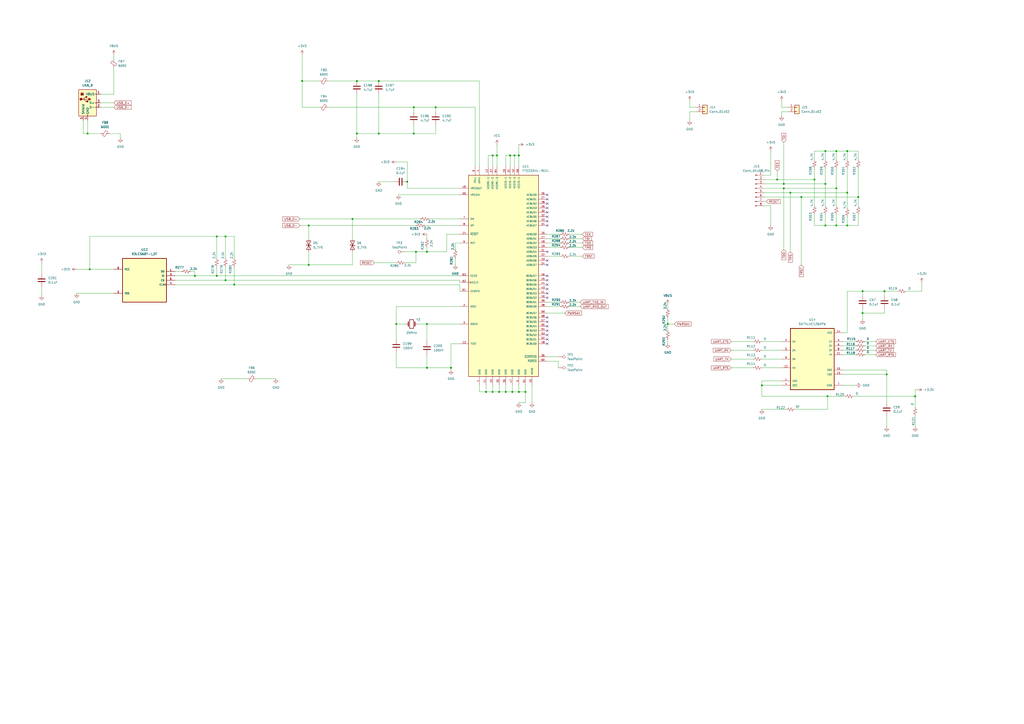
<source format=kicad_sch>
(kicad_sch (version 20250114) (generator "eeschema") (generator_version "9.0")
  (paper "A2")
  (lib_symbols
    (symbol "93LC56BT-I_OT:93LC56BT-I_OT" (pin_names (offset 1.016))
      (property "Reference" "U" (at 6.604 10.16 0))
      (property "Value" "93LC56BT-I_OT" (at -12.7 -16.7 0))
      (symbol "93LC56BT-I_OT_0_0"
        (pin power_in line (at -17.78 6.35 0) (length 5.08) (name "VCC") (number "6"))
        (pin power_in line (at -17.78 -7.62 0) (length 5.08) (name "VSS") (number "2"))
        (pin output line (at 17.78 5.08 180) (length 5.08) (name "DO") (number "1"))
        (pin input line (at 17.78 2.54 180) (length 5.08) (name "DI") (number "3"))
        (pin input line (at 17.78 0 180) (length 5.08) (name "CS") (number "5"))
        (pin input clock (at 17.78 -2.54 180) (length 5.08) (name "CLK") (number "4"))
      )
    )
    (symbol "Connector:Conn_01x08_Pin" (pin_names (offset 1.016) (hide yes))
      (property "Reference" "J" (at 0 10.16 0))
      (property "Value" "Conn_01x08_Pin" (at 0 -12.7 0))
      (symbol "Conn_01x08_Pin_1_1"
        (pin passive line (at 5.08 7.62 180) (length 3.81) (name "Pin_1") (number "1"))
        (pin passive line (at 5.08 5.08 180) (length 3.81) (name "Pin_2") (number "2"))
        (pin passive line (at 5.08 2.54 180) (length 3.81) (name "Pin_3") (number "3"))
        (pin passive line (at 5.08 0 180) (length 3.81) (name "Pin_4") (number "4"))
        (pin passive line (at 5.08 -2.54 180) (length 3.81) (name "Pin_5") (number "5"))
        (pin passive line (at 5.08 -5.08 180) (length 3.81) (name "Pin_6") (number "6"))
        (pin passive line (at 5.08 -7.62 180) (length 3.81) (name "Pin_7") (number "7"))
        (pin passive line (at 5.08 -10.16 180) (length 3.81) (name "Pin_8") (number "8"))
      )
    )
    (symbol "Connector:TestPoint" (pin_numbers (hide yes)) (pin_names (offset 0.762) (hide yes))
      (property "Reference" "TP" (at 0 6.858 0))
      (property "Value" "TestPoint" (at 0 5.08 0))
      (symbol "TestPoint_1_1"
        (pin passive line (at 0 0 90) (length 2.54) (name "1") (number "1"))
      )
    )
    (symbol "Connector:USB_B" (pin_names (offset 1.016))
      (property "Reference" "J" (at -5.08 11.43 0))
      (property "Value" "USB_B" (at -5.08 8.89 0))
      (symbol "USB_B_1_1"
        (pin passive line (at -2.54 -10.16 90) (length 2.54) (name "Shield") (number "5"))
        (pin power_out line (at 0 -10.16 90) (length 2.54) (name "GND") (number "4"))
        (pin power_out line (at 7.62 5.08 180) (length 2.54) (name "VBUS") (number "1"))
        (pin bidirectional line (at 7.62 0 180) (length 2.54) (name "D+") (number "3"))
        (pin bidirectional line (at 7.62 -2.54 180) (length 2.54) (name "D-") (number "2"))
      )
    )
    (symbol "Connector_Generic:Conn_01x02" (pin_names (offset 1.016) (hide yes))
      (property "Reference" "J" (at 0 2.54 0))
      (property "Value" "Conn_01x02" (at 0 -5.08 0))
      (symbol "Conn_01x02_1_1"
        (pin passive line (at -5.08 0 0) (length 3.81) (name "Pin_1") (number "1"))
        (pin passive line (at -5.08 -2.54 0) (length 3.81) (name "Pin_2") (number "2"))
      )
    )
    (symbol "Device:C" (pin_numbers (hide yes)) (pin_names (offset 0.254))
      (property "Reference" "C" (at 0.635 2.54 0))
      (property "Value" "C" (at 0.635 -2.54 0))
      (symbol "C_1_1"
        (pin passive line (at 0 3.81 270) (length 2.794) (name "~") (number "1"))
        (pin passive line (at 0 -3.81 90) (length 2.794) (name "~") (number "2"))
      )
    )
    (symbol "Device:Crystal" (pin_numbers (hide yes)) (pin_names (offset 1.016) (hide yes))
      (property "Reference" "Y" (at 0 3.81 0))
      (property "Value" "Crystal" (at 0 -3.81 0))
      (symbol "Crystal_1_1"
        (pin passive line (at -3.81 0 0) (length 1.27) (name "1") (number "1"))
        (pin passive line (at 3.81 0 180) (length 1.27) (name "2") (number "2"))
      )
    )
    (symbol "Device:D_TVS" (pin_numbers (hide yes)) (pin_names (offset 1.016) (hide yes))
      (property "Reference" "D" (at 0 2.54 0))
      (property "Value" "D_TVS" (at 0 -2.54 0))
      (symbol "D_TVS_1_1"
        (pin passive line (at -3.81 0 0) (length 2.54) (name "A1") (number "1"))
        (pin passive line (at 3.81 0 180) (length 2.54) (name "A2") (number "2"))
      )
    )
    (symbol "Device:FerriteBead_Small" (pin_numbers (hide yes)) (pin_names (offset 0))
      (property "Reference" "FB" (at 1.905 1.27 0))
      (property "Value" "FerriteBead_Small" (at 1.905 -1.27 0))
      (symbol "FerriteBead_Small_1_1"
        (pin passive line (at 0 2.54 270) (length 1.27) (name "~") (number "1"))
        (pin passive line (at 0 -2.54 90) (length 1.27) (name "~") (number "2"))
      )
    )
    (symbol "Device:R_Small_US" (pin_numbers (hide yes)) (pin_names (offset 0.254) (hide yes))
      (property "Reference" "R" (at 0.762 0.508 0))
      (property "Value" "R_Small_US" (at 0.762 -1.016 0))
      (symbol "R_Small_US_1_1"
        (pin passive line (at 0 2.54 270) (length 1.016) (name "~") (number "1"))
        (pin passive line (at 0 -2.54 90) (length 1.016) (name "~") (number "2"))
      )
    )
    (symbol "FT2232HL-REEL:FT2232HL-REEL" (pin_names (offset 1.016))
      (property "Reference" "U" (at -20.8706 59.303 0))
      (property "Value" "FT2232HL-REEL" (at -6.604 30.48 0))
      (symbol "FT2232HL-REEL_0_0"
        (pin power_in line (at -25.4 50.8 0) (length 5.08) (name "VREGOUT") (number "49"))
        (pin power_in line (at -25.4 46.99 0) (length 5.08) (name "VREGIN") (number "50"))
        (pin bidirectional line (at -25.4 33.02 0) (length 5.08) (name "DM") (number "7"))
        (pin bidirectional line (at -25.4 29.21 0) (length 5.08) (name "DP") (number "8"))
        (pin input line (at -25.4 24.13 0) (length 5.08) (name "~{RESET}") (number "14"))
        (pin input line (at -25.4 19.05 0) (length 5.08) (name "REF") (number "6"))
        (pin bidirectional line (at -25.4 0 0) (length 5.08) (name "EECS") (number "63"))
        (pin output clock (at -25.4 -3.81 0) (length 5.08) (name "EECLK") (number "62"))
        (pin bidirectional line (at -25.4 -8.89 0) (length 5.08) (name "EEDATA") (number "61"))
        (pin input line (at -25.4 -17.78 0) (length 5.08) (name "OSCI") (number "2"))
        (pin output line (at -25.4 -27.94 0) (length 5.08) (name "OSCO") (number "3"))
        (pin input line (at -25.4 -39.37 0) (length 5.08) (name "TEST") (number "13"))
        (pin power_in line (at -16.51 63.5 270) (length 5.08) (name "VPLL") (number "9"))
        (pin power_in line (at -13.97 63.5 270) (length 5.08) (name "VPHY") (number "4"))
        (pin power_in line (at -13.97 -63.5 90) (length 5.08) (name "GND") (number "1"))
        (pin power_in line (at -10.16 -63.5 90) (length 5.08) (name "GND") (number "11"))
        (pin power_in line (at -8.89 63.5 270) (length 5.08) (name "VCORE-1") (number "12"))
        (pin power_in line (at -6.35 63.5 270) (length 5.08) (name "VCORE-2") (number "37"))
        (pin power_in line (at -6.35 -63.5 90) (length 5.08) (name "GND") (number "15"))
        (pin power_in line (at -3.81 63.5 270) (length 5.08) (name "VCORE-3") (number "64"))
        (pin power_in line (at -2.54 -63.5 90) (length 5.08) (name "GND") (number "25"))
        (pin power_in line (at 1.27 63.5 270) (length 5.08) (name "VCCIO-1") (number "20"))
        (pin power_in line (at 1.27 -63.5 90) (length 5.08) (name "GND") (number "35"))
        (pin power_in line (at 3.81 63.5 270) (length 5.08) (name "VCCIO-2") (number "31"))
        (pin power_in line (at 5.08 -63.5 90) (length 5.08) (name "GND") (number "47"))
        (pin power_in line (at 6.35 63.5 270) (length 5.08) (name "VCCIO-3") (number "42"))
        (pin power_in line (at 8.89 63.5 270) (length 5.08) (name "VCCIO-4") (number "56"))
        (pin power_in line (at 8.89 -63.5 90) (length 5.08) (name "GND") (number "5"))
        (pin power_in line (at 12.7 -63.5 90) (length 5.08) (name "GND") (number "51"))
        (pin power_in line (at 16.51 -63.5 90) (length 5.08) (name "AGND") (number "10"))
        (pin bidirectional line (at 25.4 46.99 180) (length 5.08) (name "ACBUS0") (number "26"))
        (pin bidirectional line (at 25.4 44.45 180) (length 5.08) (name "ACBUS1") (number "27"))
        (pin bidirectional line (at 25.4 41.91 180) (length 5.08) (name "ACBUS2") (number "28"))
        (pin bidirectional line (at 25.4 39.37 180) (length 5.08) (name "ACBUS3") (number "29"))
        (pin bidirectional line (at 25.4 36.83 180) (length 5.08) (name "ACBUS4") (number "30"))
        (pin bidirectional line (at 25.4 34.29 180) (length 5.08) (name "ACBUS5") (number "32"))
        (pin bidirectional line (at 25.4 31.75 180) (length 5.08) (name "ACBUS6") (number "33"))
        (pin bidirectional line (at 25.4 29.21 180) (length 5.08) (name "ACBUS7") (number "34"))
        (pin bidirectional line (at 25.4 24.13 180) (length 5.08) (name "ADBUS0") (number "16"))
        (pin bidirectional line (at 25.4 21.59 180) (length 5.08) (name "ADBUS1") (number "17"))
        (pin bidirectional line (at 25.4 19.05 180) (length 5.08) (name "ADBUS2") (number "18"))
        (pin bidirectional line (at 25.4 16.51 180) (length 5.08) (name "ADBUS3") (number "19"))
        (pin bidirectional line (at 25.4 13.97 180) (length 5.08) (name "ADBUS4") (number "21"))
        (pin bidirectional line (at 25.4 11.43 180) (length 5.08) (name "ADBUS5") (number "22"))
        (pin bidirectional line (at 25.4 8.89 180) (length 5.08) (name "ADBUS6") (number "23"))
        (pin bidirectional line (at 25.4 6.35 180) (length 5.08) (name "ADBUS7") (number "24"))
        (pin bidirectional line (at 25.4 0 180) (length 5.08) (name "BDBUS7") (number "46"))
        (pin bidirectional line (at 25.4 -2.54 180) (length 5.08) (name "BDBUS6") (number "45"))
        (pin bidirectional line (at 25.4 -5.08 180) (length 5.08) (name "BDBUS5") (number "44"))
        (pin bidirectional line (at 25.4 -7.62 180) (length 5.08) (name "BDBUS4") (number "43"))
        (pin bidirectional line (at 25.4 -10.16 180) (length 5.08) (name "BDBUS3") (number "41"))
        (pin bidirectional line (at 25.4 -12.7 180) (length 5.08) (name "BDBUS2") (number "40"))
        (pin bidirectional line (at 25.4 -15.24 180) (length 5.08) (name "BDBUS1") (number "39"))
        (pin bidirectional line (at 25.4 -17.78 180) (length 5.08) (name "BDBUS0") (number "38"))
        (pin bidirectional line (at 25.4 -21.59 180) (length 5.08) (name "BCBUS7") (number "59"))
        (pin bidirectional line (at 25.4 -24.13 180) (length 5.08) (name "BCBUS6") (number "58"))
        (pin bidirectional line (at 25.4 -26.67 180) (length 5.08) (name "BCBUS5") (number "57"))
        (pin bidirectional line (at 25.4 -29.21 180) (length 5.08) (name "BCBUS4") (number "55"))
        (pin bidirectional line (at 25.4 -31.75 180) (length 5.08) (name "BCBUS3") (number "54"))
        (pin bidirectional line (at 25.4 -34.29 180) (length 5.08) (name "BCBUS2") (number "53"))
        (pin bidirectional line (at 25.4 -36.83 180) (length 5.08) (name "BCBUS1") (number "52"))
        (pin bidirectional line (at 25.4 -39.37 180) (length 5.08) (name "BCBUS0") (number "48"))
        (pin output line (at 25.4 -46.99 180) (length 5.08) (name "~{SUSPEND}") (number "36"))
        (pin output line (at 25.4 -49.53 180) (length 5.08) (name "~{PWREN}") (number "60"))
      )
    )
    (symbol "GND_3" (power) (pin_numbers (hide yes)) (pin_names (offset 0) (hide yes))
      (property "Value" "GND" (at 0 -3.81 0))
      (symbol "GND_3_1_1"
        (pin power_in line (at 0 0 270) (length 0) (name "~") (number "1"))
      )
    )
    (symbol "SN74LVC126APW:SN74LVC126APW" (pin_names (offset 1.016))
      (property "Reference" "U" (at -12.7 18.78 0))
      (property "Value" "SN74LVC126APW" (at -12.7 -21.78 0))
      (symbol "SN74LVC126APW_0_0"
        (pin input line (at -17.78 10.16 0) (length 5.08) (name "1A") (number "2"))
        (pin input line (at -17.78 5.08 0) (length 5.08) (name "2A") (number "5"))
        (pin input line (at -17.78 0 0) (length 5.08) (name "3A") (number "9"))
        (pin input line (at -17.78 -5.08 0) (length 5.08) (name "4A") (number "12"))
        (pin input line (at -17.78 -12.7 0) (length 5.08) (name "1OE") (number "1"))
        (pin input line (at -17.78 -15.24 0) (length 5.08) (name "2OE") (number "4"))
        (pin power_in line (at 17.78 15.24 180) (length 5.08) (name "VCC") (number "14"))
        (pin output line (at 17.78 10.16 180) (length 5.08) (name "1Y") (number "3"))
        (pin output line (at 17.78 7.62 180) (length 5.08) (name "2Y") (number "6"))
        (pin output line (at 17.78 5.08 180) (length 5.08) (name "3Y") (number "8"))
        (pin output line (at 17.78 2.54 180) (length 5.08) (name "4Y") (number "11"))
        (pin input line (at 17.78 -6.35 180) (length 5.08) (name "3OE") (number "10"))
        (pin input line (at 17.78 -8.89 180) (length 5.08) (name "4OE") (number "13"))
        (pin power_in line (at 17.78 -15.24 180) (length 5.08) (name "GND") (number "7"))
      )
    )
    (symbol "power:+3.3V" (power) (pin_numbers (hide yes)) (pin_names (offset 0) (hide yes))
      (property "Value" "+3.3V" (at 0 3.556 0))
      (symbol "+3.3V_1_1"
        (pin power_in line (at 0 0 90) (length 0) (name "~") (number "1"))
      )
    )
    (symbol "power:+3V3" (power) (pin_numbers (hide yes)) (pin_names (offset 0) (hide yes))
      (property "Value" "+3V3" (at 0 3.556 0))
      (symbol "+3V3_1_1"
        (pin power_in line (at 0 0 90) (length 0) (name "~") (number "1"))
      )
    )
    (symbol "power:GND" (power) (pin_numbers (hide yes)) (pin_names (offset 0) (hide yes))
      (property "Value" "GND" (at 0 -3.81 0))
      (symbol "GND_1_1"
        (pin power_in line (at 0 0 270) (length 0) (name "~") (number "1"))
      )
    )
    (symbol "power:VCC" (power) (pin_numbers (hide yes)) (pin_names (offset 0) (hide yes))
      (property "Value" "VCC" (at 0 3.556 0))
      (symbol "VCC_1_1"
        (pin power_in line (at 0 0 90) (length 0) (name "~") (number "1"))
      )
    )
  )
  (junction (at 478.79 106.68))
  (junction (at 491.49 111.76))
  (junction (at 491.49 130.81))
  (junction (at 175.26 46.99))
  (junction (at 135.89 165.1))
  (junction (at 485.14 130.81))
  (junction (at 454.66 106.68))
  (junction (at 204.47 127))
  (junction (at 252.73 62.23))
  (junction (at 247.65 213.36))
  (junction (at 513.08 168.91))
  (junction (at 478.79 87.63))
  (junction (at 500.38 181.61))
  (junction (at 219.71 77.47))
  (junction (at 247.65 187.96))
  (junction (at 285.75 227.33))
  (junction (at 500.38 168.91))
  (junction (at 300.99 227.33))
  (junction (at 130.81 137.16))
  (junction (at 491.49 87.63))
  (junction (at 113.03 160.02))
  (junction (at 240.03 77.47))
  (junction (at 52.07 156.21))
  (junction (at 50.8 77.47))
  (junction (at 219.71 46.99))
  (junction (at 304.8 227.33))
  (junction (at 241.3 146.05))
  (junction (at 293.37 227.33))
  (junction (at 207.01 46.99))
  (junction (at 454.66 109.22))
  (junction (at 236.22 105.41))
  (junction (at 478.79 130.81))
  (junction (at 295.91 90.17))
  (junction (at 240.03 62.23))
  (junction (at 450.85 104.14))
  (junction (at 207.01 77.47))
  (junction (at 485.14 109.22))
  (junction (at 464.82 114.3))
  (junction (at 387.35 187.96))
  (junction (at 179.07 153.67))
  (junction (at 281.94 227.33))
  (junction (at 514.35 217.17))
  (junction (at 458.47 111.76))
  (junction (at 179.07 130.81))
  (junction (at 530.86 229.87))
  (junction (at 285.75 90.17))
  (junction (at 130.81 162.56))
  (junction (at 125.73 137.16))
  (junction (at 480.06 229.87))
  (junction (at 297.18 227.33))
  (junction (at 125.73 160.02))
  (junction (at 289.56 227.33))
  (junction (at 298.45 90.17))
  (junction (at 441.96 223.52))
  (junction (at 472.44 104.14))
  (junction (at 247.65 146.05))
  (junction (at 229.87 187.96))
  (junction (at 261.62 213.36))
  (junction (at 300.99 90.17))
  (junction (at 485.14 87.63))
  (junction (at 288.29 90.17))
  (junction (at 497.84 114.3))
  (no_connect (at 317.5 162.56))
  (no_connect (at 317.5 172.72))
  (no_connect (at 317.5 123.19))
  (no_connect (at 317.5 125.73))
  (no_connect (at 317.5 151.13))
  (no_connect (at 317.5 191.77))
  (no_connect (at 317.5 115.57))
  (no_connect (at 317.5 120.65))
  (no_connect (at 317.5 170.18))
  (no_connect (at 317.5 194.31))
  (no_connect (at 317.5 130.81))
  (no_connect (at 317.5 118.11))
  (no_connect (at 317.5 199.39))
  (no_connect (at 317.5 184.15))
  (no_connect (at 317.5 189.23))
  (no_connect (at 317.5 186.69))
  (no_connect (at 317.5 196.85))
  (no_connect (at 317.5 160.02))
  (no_connect (at 317.5 146.05))
  (no_connect (at 317.5 153.67))
  (no_connect (at 317.5 165.1))
  (no_connect (at 317.5 128.27))
  (no_connect (at 317.5 167.64))
  (no_connect (at 317.5 113.03))
  (wire (pts (xy 135.89 154.94) (xy 135.89 165.1)))
  (wire (pts (xy 447.04 87.63) (xy 447.04 101.6)))
  (wire (pts (xy 330.2 175.26) (xy 336.55 175.26)))
  (wire (pts (xy 229.87 187.96) (xy 234.95 187.96)))
  (wire (pts (xy 229.87 213.36) (xy 247.65 213.36)))
  (wire (pts (xy 173.99 130.81) (xy 179.07 130.81)))
  (wire (pts (xy 278.13 223.52) (xy 278.13 227.33)))
  (wire (pts (xy 130.81 137.16) (xy 125.73 137.16)))
  (wire (pts (xy 113.03 157.48) (xy 113.03 160.02)))
  (wire (pts (xy 204.47 146.05) (xy 204.47 153.67)))
  (wire (pts (xy 485.14 124.46) (xy 485.14 130.81)))
  (wire (pts (xy 317.5 207.01) (xy 323.85 207.01)))
  (wire (pts (xy 175.26 62.23) (xy 175.26 46.99)))
  (wire (pts (xy 58.42 59.69) (xy 66.04 59.69)))
  (wire (pts (xy 24.13 152.4) (xy 24.13 158.75)))
  (wire (pts (xy 443.23 109.22) (xy 454.66 109.22)))
  (wire (pts (xy 317.5 135.89) (xy 325.12 135.89)))
  (wire (pts (xy 259.08 135.89) (xy 259.08 146.05)))
  (wire (pts (xy 472.44 87.63) (xy 478.79 87.63)))
  (wire (pts (xy 317.5 140.97) (xy 325.12 140.97)))
  (wire (pts (xy 285.75 96.52) (xy 285.75 90.17)))
  (wire (pts (xy 323.85 209.55) (xy 323.85 213.36)))
  (wire (pts (xy 252.73 62.23) (xy 275.59 62.23)))
  (wire (pts (xy 101.6 160.02) (xy 113.03 160.02)))
  (wire (pts (xy 441.96 208.28) (xy 453.39 208.28)))
  (wire (pts (xy 330.2 148.59) (xy 337.82 148.59)))
  (wire (pts (xy 464.82 114.3) (xy 497.84 114.3)))
  (wire (pts (xy 497.84 114.3) (xy 497.84 119.38)))
  (wire (pts (xy 179.07 146.05) (xy 179.07 153.67)))
  (wire (pts (xy 387.35 187.96) (xy 391.16 187.96)))
  (wire (pts (xy 240.03 77.47) (xy 252.73 77.47)))
  (wire (pts (xy 461.01 237.49) (xy 480.06 237.49)))
  (wire (pts (xy 234.95 152.4) (xy 241.3 152.4)))
  (wire (pts (xy 491.49 111.76) (xy 491.49 120.65)))
  (wire (pts (xy 491.49 87.63) (xy 491.49 92.71)))
  (wire (pts (xy 400.05 58.42) (xy 400.05 62.23)))
  (wire (pts (xy 491.49 130.81) (xy 497.84 130.81)))
  (wire (pts (xy 443.23 119.38) (xy 447.04 119.38)))
  (wire (pts (xy 179.07 130.81) (xy 179.07 138.43)))
  (wire (pts (xy 530.86 229.87) (xy 530.86 236.22)))
  (wire (pts (xy 130.81 154.94) (xy 130.81 162.56)))
  (wire (pts (xy 453.39 64.77) (xy 453.39 67.31)))
  (wire (pts (xy 497.84 97.79) (xy 497.84 114.3)))
  (wire (pts (xy 450.85 104.14) (xy 472.44 104.14)))
  (wire (pts (xy 101.6 157.48) (xy 105.41 157.48)))
  (wire (pts (xy 167.64 153.67) (xy 179.07 153.67)))
  (wire (pts (xy 472.44 130.81) (xy 478.79 130.81)))
  (wire (pts (xy 298.45 90.17) (xy 300.99 90.17)))
  (wire (pts (xy 252.73 72.39) (xy 252.73 77.47)))
  (wire (pts (xy 530.86 241.3) (xy 530.86 247.65)))
  (wire (pts (xy 278.13 96.52) (xy 278.13 46.99)))
  (wire (pts (xy 443.23 106.68) (xy 454.66 106.68)))
  (wire (pts (xy 69.85 77.47) (xy 69.85 80.01)))
  (wire (pts (xy 330.2 143.51) (xy 337.82 143.51)))
  (wire (pts (xy 241.3 146.05) (xy 247.65 146.05)))
  (wire (pts (xy 293.37 223.52) (xy 293.37 227.33)))
  (wire (pts (xy 458.47 146.05) (xy 458.47 111.76)))
  (wire (pts (xy 275.59 96.52) (xy 275.59 62.23)))
  (wire (pts (xy 478.79 87.63) (xy 478.79 92.71)))
  (wire (pts (xy 130.81 137.16) (xy 130.81 149.86)))
  (wire (pts (xy 300.99 233.68) (xy 304.8 233.68)))
  (wire (pts (xy 495.3 229.87) (xy 530.86 229.87)))
  (wire (pts (xy 300.99 227.33) (xy 304.8 227.33)))
  (wire (pts (xy 293.37 96.52) (xy 293.37 90.17)))
  (wire (pts (xy 387.35 187.96) (xy 387.35 191.77)))
  (wire (pts (xy 441.96 223.52) (xy 441.96 229.87)))
  (wire (pts (xy 441.96 203.2) (xy 453.39 203.2)))
  (wire (pts (xy 288.29 90.17) (xy 288.29 96.52)))
  (wire (pts (xy 135.89 165.1) (xy 266.7 165.1)))
  (wire (pts (xy 464.82 153.67) (xy 464.82 114.3)))
  (wire (pts (xy 443.23 114.3) (xy 464.82 114.3)))
  (wire (pts (xy 66.04 39.37) (xy 66.04 54.61)))
  (wire (pts (xy 403.86 64.77) (xy 400.05 64.77)))
  (wire (pts (xy 247.65 146.05) (xy 259.08 146.05)))
  (wire (pts (xy 514.35 214.63) (xy 514.35 217.17)))
  (wire (pts (xy 293.37 90.17) (xy 295.91 90.17)))
  (wire (pts (xy 58.42 62.23) (xy 66.04 62.23)))
  (wire (pts (xy 261.62 199.39) (xy 261.62 213.36)))
  (wire (pts (xy 175.26 31.75) (xy 175.26 46.99)))
  (wire (pts (xy 330.2 135.89) (xy 337.82 135.89)))
  (wire (pts (xy 229.87 177.8) (xy 229.87 187.96)))
  (wire (pts (xy 488.95 200.66) (xy 496.57 200.66)))
  (wire (pts (xy 454.66 144.78) (xy 454.66 109.22)))
  (wire (pts (xy 488.95 198.12) (xy 496.57 198.12)))
  (wire (pts (xy 488.95 214.63) (xy 514.35 214.63)))
  (wire (pts (xy 229.87 204.47) (xy 229.87 213.36)))
  (wire (pts (xy 478.79 87.63) (xy 485.14 87.63)))
  (wire (pts (xy 247.65 187.96) (xy 247.65 198.12)))
  (wire (pts (xy 488.95 203.2) (xy 496.57 203.2)))
  (wire (pts (xy 472.44 97.79) (xy 472.44 104.14)))
  (wire (pts (xy 52.07 137.16) (xy 52.07 156.21)))
  (wire (pts (xy 50.8 69.85) (xy 50.8 77.47)))
  (wire (pts (xy 400.05 64.77) (xy 400.05 69.85)))
  (wire (pts (xy 63.5 77.47) (xy 69.85 77.47)))
  (wire (pts (xy 441.96 198.12) (xy 453.39 198.12)))
  (wire (pts (xy 264.16 149.86) (xy 264.16 153.67)))
  (wire (pts (xy 217.17 152.4) (xy 229.87 152.4)))
  (wire (pts (xy 501.65 205.74) (xy 508 205.74)))
  (wire (pts (xy 491.49 193.04) (xy 491.49 168.91)))
  (wire (pts (xy 441.96 220.98) (xy 441.96 223.52)))
  (wire (pts (xy 500.38 168.91) (xy 513.08 168.91)))
  (wire (pts (xy 513.08 181.61) (xy 500.38 181.61)))
  (wire (pts (xy 266.7 140.97) (xy 264.16 140.97)))
  (wire (pts (xy 387.35 184.15) (xy 387.35 187.96)))
  (wire (pts (xy 48.26 77.47) (xy 50.8 77.47)))
  (wire (pts (xy 300.99 83.82) (xy 300.99 90.17)))
  (wire (pts (xy 236.22 93.98) (xy 236.22 105.41)))
  (wire (pts (xy 295.91 90.17) (xy 295.91 96.52)))
  (wire (pts (xy 513.08 168.91) (xy 520.7 168.91)))
  (wire (pts (xy 247.65 143.51) (xy 247.65 146.05)))
  (wire (pts (xy 185.42 62.23) (xy 175.26 62.23)))
  (wire (pts (xy 317.5 143.51) (xy 325.12 143.51)))
  (wire (pts (xy 317.5 148.59) (xy 325.12 148.59)))
  (wire (pts (xy 247.65 213.36) (xy 261.62 213.36)))
  (wire (pts (xy 252.73 62.23) (xy 252.73 64.77)))
  (wire (pts (xy 330.2 138.43) (xy 337.82 138.43)))
  (wire (pts (xy 304.8 223.52) (xy 304.8 227.33)))
  (wire (pts (xy 148.59 219.71) (xy 160.02 219.71)))
  (wire (pts (xy 283.21 90.17) (xy 285.75 90.17)))
  (wire (pts (xy 231.14 113.03) (xy 266.7 113.03)))
  (wire (pts (xy 530.86 226.06) (xy 532.13 226.06)))
  (wire (pts (xy 130.81 162.56) (xy 266.7 162.56)))
  (wire (pts (xy 488.95 193.04) (xy 491.49 193.04)))
  (wire (pts (xy 52.07 156.21) (xy 66.04 156.21)))
  (wire (pts (xy 478.79 124.46) (xy 478.79 130.81)))
  (wire (pts (xy 297.18 223.52) (xy 297.18 227.33)))
  (wire (pts (xy 264.16 140.97) (xy 264.16 144.78)))
  (wire (pts (xy 488.95 205.74) (xy 496.57 205.74)))
  (wire (pts (xy 454.66 82.55) (xy 454.66 106.68)))
  (wire (pts (xy 289.56 227.33) (xy 293.37 227.33)))
  (wire (pts (xy 190.5 62.23) (xy 240.03 62.23)))
  (wire (pts (xy 58.42 54.61) (xy 66.04 54.61)))
  (wire (pts (xy 281.94 223.52) (xy 281.94 227.33)))
  (wire (pts (xy 266.7 199.39) (xy 261.62 199.39)))
  (wire (pts (xy 247.65 205.74) (xy 247.65 213.36)))
  (wire (pts (xy 207.01 77.47) (xy 207.01 80.01)))
  (wire (pts (xy 441.96 213.36) (xy 453.39 213.36)))
  (wire (pts (xy 248.92 127) (xy 266.7 127)))
  (wire (pts (xy 190.5 46.99) (xy 207.01 46.99)))
  (wire (pts (xy 497.84 87.63) (xy 497.84 92.71)))
  (wire (pts (xy 266.7 135.89) (xy 259.08 135.89)))
  (wire (pts (xy 443.23 116.84) (xy 444.5 116.84)))
  (wire (pts (xy 101.6 162.56) (xy 130.81 162.56)))
  (wire (pts (xy 179.07 153.67) (xy 204.47 153.67)))
  (wire (pts (xy 281.94 227.33) (xy 285.75 227.33)))
  (wire (pts (xy 293.37 227.33) (xy 297.18 227.33)))
  (wire (pts (xy 241.3 146.05) (xy 241.3 152.4)))
  (wire (pts (xy 485.14 87.63) (xy 491.49 87.63)))
  (wire (pts (xy 125.73 154.94) (xy 125.73 160.02)))
  (wire (pts (xy 66.04 31.75) (xy 66.04 34.29)))
  (wire (pts (xy 317.5 181.61) (xy 327.66 181.61)))
  (wire (pts (xy 298.45 90.17) (xy 298.45 96.52)))
  (wire (pts (xy 135.89 137.16) (xy 130.81 137.16)))
  (wire (pts (xy 478.79 106.68) (xy 478.79 119.38)))
  (wire (pts (xy 501.65 203.2) (xy 508 203.2)))
  (wire (pts (xy 424.18 208.28) (xy 436.88 208.28)))
  (wire (pts (xy 229.87 187.96) (xy 229.87 196.85)))
  (wire (pts (xy 285.75 227.33) (xy 289.56 227.33)))
  (wire (pts (xy 530.86 226.06) (xy 530.86 229.87)))
  (wire (pts (xy 44.45 170.18) (xy 66.04 170.18)))
  (wire (pts (xy 229.87 93.98) (xy 236.22 93.98)))
  (wire (pts (xy 125.73 137.16) (xy 52.07 137.16)))
  (wire (pts (xy 48.26 69.85) (xy 48.26 77.47)))
  (wire (pts (xy 454.66 106.68) (xy 478.79 106.68)))
  (wire (pts (xy 266.7 109.22) (xy 236.22 109.22)))
  (wire (pts (xy 491.49 168.91) (xy 500.38 168.91)))
  (wire (pts (xy 403.86 62.23) (xy 400.05 62.23)))
  (wire (pts (xy 135.89 149.86) (xy 135.89 137.16)))
  (wire (pts (xy 236.22 105.41) (xy 236.22 109.22)))
  (wire (pts (xy 283.21 96.52) (xy 283.21 90.17)))
  (wire (pts (xy 525.78 168.91) (xy 534.67 168.91)))
  (wire (pts (xy 288.29 83.82) (xy 288.29 90.17)))
  (wire (pts (xy 478.79 130.81) (xy 485.14 130.81)))
  (wire (pts (xy 472.44 124.46) (xy 472.44 130.81)))
  (wire (pts (xy 317.5 209.55) (xy 323.85 209.55)))
  (wire (pts (xy 247.65 187.96) (xy 266.7 187.96)))
  (wire (pts (xy 513.08 168.91) (xy 513.08 171.45)))
  (wire (pts (xy 501.65 198.12) (xy 508 198.12)))
  (wire (pts (xy 304.8 227.33) (xy 304.8 233.68)))
  (wire (pts (xy 278.13 46.99) (xy 219.71 46.99)))
  (wire (pts (xy 110.49 157.48) (xy 113.03 157.48)))
  (wire (pts (xy 285.75 223.52) (xy 285.75 227.33)))
  (wire (pts (xy 317.5 138.43) (xy 325.12 138.43)))
  (wire (pts (xy 128.27 219.71) (xy 143.51 219.71)))
  (wire (pts (xy 101.6 165.1) (xy 135.89 165.1)))
  (wire (pts (xy 387.35 196.85) (xy 387.35 199.39)))
  (wire (pts (xy 308.61 223.52) (xy 308.61 233.68)))
  (wire (pts (xy 443.23 101.6) (xy 447.04 101.6)))
  (wire (pts (xy 317.5 175.26) (xy 325.12 175.26)))
  (wire (pts (xy 453.39 58.42) (xy 453.39 62.23)))
  (wire (pts (xy 497.84 130.81) (xy 497.84 124.46)))
  (wire (pts (xy 491.49 87.63) (xy 497.84 87.63)))
  (wire (pts (xy 453.39 223.52) (xy 441.96 223.52)))
  (wire (pts (xy 240.03 62.23) (xy 252.73 62.23)))
  (wire (pts (xy 266.7 162.56) (xy 266.7 163.83)))
  (wire (pts (xy 50.8 77.47) (xy 58.42 77.47)))
  (wire (pts (xy 330.2 177.8) (xy 336.55 177.8)))
  (wire (pts (xy 297.18 227.33) (xy 300.99 227.33)))
  (wire (pts (xy 424.18 203.2) (xy 436.88 203.2)))
  (wire (pts (xy 125.73 160.02) (xy 266.7 160.02)))
  (wire (pts (xy 219.71 105.41) (xy 228.6 105.41)))
  (wire (pts (xy 317.5 177.8) (xy 325.12 177.8)))
  (wire (pts (xy 472.44 92.71) (xy 472.44 87.63)))
  (wire (pts (xy 330.2 140.97) (xy 337.82 140.97)))
  (wire (pts (xy 266.7 177.8) (xy 229.87 177.8)))
  (wire (pts (xy 300.99 223.52) (xy 300.99 227.33)))
  (wire (pts (xy 457.2 62.23) (xy 453.39 62.23)))
  (wire (pts (xy 485.14 130.81) (xy 491.49 130.81)))
  (wire (pts (xy 44.45 156.21) (xy 52.07 156.21)))
  (wire (pts (xy 240.03 62.23) (xy 240.03 64.77)))
  (wire (pts (xy 491.49 97.79) (xy 491.49 111.76)))
  (wire (pts (xy 240.03 72.39) (xy 240.03 77.47)))
  (wire (pts (xy 278.13 227.33) (xy 281.94 227.33)))
  (wire (pts (xy 424.18 213.36) (xy 436.88 213.36)))
  (wire (pts (xy 266.7 165.1) (xy 266.7 168.91)))
  (wire (pts (xy 387.35 176.53) (xy 387.35 179.07)))
  (wire (pts (xy 501.65 200.66) (xy 508 200.66)))
  (wire (pts (xy 295.91 90.17) (xy 298.45 90.17)))
  (wire (pts (xy 289.56 223.52) (xy 289.56 227.33)))
  (wire (pts (xy 488.95 217.17) (xy 514.35 217.17)))
  (wire (pts (xy 219.71 77.47) (xy 240.03 77.47)))
  (wire (pts (xy 500.38 168.91) (xy 500.38 171.45)))
  (wire (pts (xy 242.57 187.96) (xy 247.65 187.96)))
  (wire (pts (xy 443.23 111.76) (xy 458.47 111.76)))
  (wire (pts (xy 247.65 135.89) (xy 247.65 138.43)))
  (wire (pts (xy 24.13 166.37) (xy 24.13 171.45)))
  (wire (pts (xy 261.62 213.36) (xy 261.62 214.63)))
  (wire (pts (xy 491.49 125.73) (xy 491.49 130.81)))
  (wire (pts (xy 234.95 146.05) (xy 241.3 146.05)))
  (wire (pts (xy 478.79 97.79) (xy 478.79 106.68)))
  (wire (pts (xy 480.06 229.87) (xy 490.22 229.87)))
  (wire (pts (xy 480.06 229.87) (xy 480.06 237.49)))
  (wire (pts (xy 453.39 220.98) (xy 441.96 220.98)))
  (wire (pts (xy 447.04 119.38) (xy 447.04 130.81)))
  (wire (pts (xy 514.35 241.3) (xy 514.35 247.65)))
  (wire (pts (xy 534.67 163.83) (xy 534.67 168.91)))
  (wire (pts (xy 441.96 229.87) (xy 480.06 229.87)))
  (wire (pts (xy 285.75 90.17) (xy 288.29 90.17)))
  (wire (pts (xy 457.2 64.77) (xy 453.39 64.77)))
  (wire (pts (xy 113.03 160.02) (xy 125.73 160.02)))
  (wire (pts (xy 485.14 97.79) (xy 485.14 109.22)))
  (wire (pts (xy 450.85 99.06) (xy 450.85 104.14)))
  (wire (pts (xy 219.71 46.99) (xy 207.01 46.99)))
  (wire (pts (xy 204.47 127) (xy 204.47 138.43)))
  (wire (pts (xy 443.23 104.14) (xy 450.85 104.14)))
  (wire (pts (xy 185.42 46.99) (xy 175.26 46.99)))
  (wire (pts (xy 179.07 130.81) (xy 241.3 130.81)))
  (wire (pts (xy 125.73 137.16) (xy 125.73 149.86)))
  (wire (pts (xy 472.44 104.14) (xy 472.44 119.38)))
  (wire (pts (xy 207.01 54.61) (xy 207.01 77.47)))
  (wire (pts (xy 488.95 223.52) (xy 496.57 223.52)))
  (wire (pts (xy 219.71 54.61) (xy 219.71 77.47)))
  (wire (pts (xy 458.47 111.76) (xy 491.49 111.76)))
  (wire (pts (xy 207.01 77.47) (xy 219.71 77.47)))
  (wire (pts (xy 485.14 92.71) (xy 485.14 87.63)))
  (wire (pts (xy 441.96 237.49) (xy 455.93 237.49)))
  (wire (pts (xy 513.08 179.07) (xy 513.08 181.61)))
  (wire (pts (xy 204.47 127) (xy 243.84 127)))
  (wire (pts (xy 300.99 90.17) (xy 300.99 96.52)))
  (wire (pts (xy 485.14 109.22) (xy 485.14 119.38)))
  (wire (pts (xy 514.35 217.17) (xy 514.35 233.68)))
  (wire (pts (xy 500.38 181.61) (xy 500.38 185.42)))
  (wire (pts (xy 500.38 179.07) (xy 500.38 181.61)))
  (wire (pts (xy 454.66 109.22) (xy 485.14 109.22)))
  (wire (pts (xy 424.18 198.12) (xy 436.88 198.12)))
  (wire (pts (xy 246.38 130.81) (xy 266.7 130.81)))
  (wire (pts (xy 173.99 127) (xy 204.47 127)))
  (global_label "UART_TX" (shape input) (at 508 203.2 0) (property "Intersheetrefs" "${INTERSHEET_REFS}" (effects (hide yes))))
  (global_label "TDO" (shape input) (at 337.82 140.97 0) (property "Intersheetrefs" "${INTERSHEET_REFS}" (effects (hide yes))))
  (global_label "USB_D-" (shape input) (at 173.99 130.81 180) (property "Intersheetrefs" "${INTERSHEET_REFS}" (effects (hide yes))))
  (global_label "UART_RTS" (shape input) (at 508 205.74 0) (property "Intersheetrefs" "${INTERSHEET_REFS}" (effects (hide yes))))
  (global_label "UART_CTS" (shape input) (at 508 198.12 0) (property "Intersheetrefs" "${INTERSHEET_REFS}" (effects (hide yes))))
  (global_label "TRST" (shape input) (at 337.82 148.59 0) (property "Intersheetrefs" "${INTERSHEET_REFS}" (effects (hide yes))))
  (global_label "TRST" (shape input) (at 464.82 153.67 270) (property "Intersheetrefs" "${INTERSHEET_REFS}" (effects (hide yes))))
  (global_label "RESET" (shape input) (at 444.5 116.84 0) (property "Intersheetrefs" "${INTERSHEET_REFS}" (effects (hide yes))))
  (global_label "UART_TX" (shape input) (at 424.18 208.28 180) (property "Intersheetrefs" "${INTERSHEET_REFS}" (effects (hide yes))))
  (global_label "TDI" (shape input) (at 337.82 138.43 0) (property "Intersheetrefs" "${INTERSHEET_REFS}" (effects (hide yes))))
  (global_label "USB_D+" (shape input) (at 66.04 59.69 0) (property "Intersheetrefs" "${INTERSHEET_REFS}" (effects (hide yes))))
  (global_label "UART_TXD_IN" (shape input) (at 336.55 175.26 0) (property "Intersheetrefs" "${INTERSHEET_REFS}" (effects (hide yes))))
  (global_label "TMS" (shape input) (at 458.47 146.05 270) (property "Intersheetrefs" "${INTERSHEET_REFS}" (effects (hide yes))))
  (global_label "UART_RX" (shape input) (at 508 200.66 0) (property "Intersheetrefs" "${INTERSHEET_REFS}" (effects (hide yes))))
  (global_label "RESET" (shape input) (at 217.17 152.4 180) (property "Intersheetrefs" "${INTERSHEET_REFS}" (effects (hide yes))))
  (global_label "UART_RTS" (shape input) (at 424.18 213.36 180) (property "Intersheetrefs" "${INTERSHEET_REFS}" (effects (hide yes))))
  (global_label "UART_RXD_OUT" (shape input) (at 336.55 177.8 0) (property "Intersheetrefs" "${INTERSHEET_REFS}" (effects (hide yes))))
  (global_label "TCK" (shape input) (at 450.85 99.06 90) (property "Intersheetrefs" "${INTERSHEET_REFS}" (effects (hide yes))))
  (global_label "UART_CTS" (shape input) (at 424.18 198.12 180) (property "Intersheetrefs" "${INTERSHEET_REFS}" (effects (hide yes))))
  (global_label "TDO" (shape input) (at 454.66 144.78 270) (property "Intersheetrefs" "${INTERSHEET_REFS}" (effects (hide yes))))
  (global_label "TDI" (shape input) (at 454.66 82.55 90) (property "Intersheetrefs" "${INTERSHEET_REFS}" (effects (hide yes))))
  (global_label "TCK" (shape input) (at 337.82 135.89 0) (property "Intersheetrefs" "${INTERSHEET_REFS}" (effects (hide yes))))
  (global_label "TMS" (shape input) (at 337.82 143.51 0) (property "Intersheetrefs" "${INTERSHEET_REFS}" (effects (hide yes))))
  (global_label "USB_D-" (shape input) (at 66.04 62.23 0) (property "Intersheetrefs" "${INTERSHEET_REFS}" (effects (hide yes))))
  (global_label "UART_RX" (shape input) (at 424.18 203.2 180) (property "Intersheetrefs" "${INTERSHEET_REFS}" (effects (hide yes))))
  (global_label "USB_D+" (shape input) (at 173.99 127 180) (property "Intersheetrefs" "${INTERSHEET_REFS}" (effects (hide yes))))
  (global_label "PWRSAV" (shape input) (at 327.66 181.61 0) (property "Intersheetrefs" "${INTERSHEET_REFS}" (effects (hide yes))))
  (global_label "PWRSAV" (shape input) (at 391.16 187.96 0) (property "Intersheetrefs" "${INTERSHEET_REFS}" (effects (hide yes))))
  (symbol (lib_id "SN74LVC126APW:SN74LVC126APW") (at 471.17 208.28 0) (unit 1)
    (property "Reference" "U14" (at 471.17 185.42 0))
    (property "Value" "SN74LVC126APW" (at 471.17 187.96 0))
    (property "Footprint" "SN74LVC126APW:SOP65P640X120-14N" (effects (hide yes)))
    (property "MF" "Texas Instruments" (effects (hide yes)))
    (property "Description_1" "4-ch, 1.65-V to 3.6-V buffers with 3-state outputs" (effects (hide yes)))
    (property "Package" "TSSOP-14 Texas Instruments" (effects (hide yes)))
    (property "Price" "None" (effects (hide yes)))
    (property "SnapEDA_Link" "https://www.snapeda.com/parts/SN74LVC126APW/Texas+Instruments/view-part/?ref=snap" (effects (hide yes)))
    (property "MP" "SN74LVC126APW" (effects (hide yes)))
    (property "Availability" "In Stock" (effects (hide yes)))
    (property "Check_prices" "https://www.snapeda.com/parts/SN74LVC126APW/Texas+Instruments/view-part/?ref=eda" (effects (hide yes)))
  )
  (symbol (lib_id "Device:R_Small_US") (at 439.42 203.2 90) (unit 1)
    (property "Reference" "R112" (at 435.61 200.914 90))
    (property "Value" "0" (at 443.738 201.676 90))
    (property "Footprint" "Resistor_SMD:R_0402_1005Metric" (effects (hide yes)))
    (property "Description" "Resistor, small US symbol" (effects (hide yes)))
  )
  (symbol (lib_id "Device:FerriteBead_Small") (at 66.04 36.83 180) (unit 1)
    (property "Reference" "FB7" (at 68.58 35.598 0) (effects (justify right)))
    (property "Value" "600E" (at 68.58 38.138 0) (effects (justify right)))
    (property "Footprint" "Inductor_SMD:L_0402_1005Metric" (effects (hide yes)))
    (property "Description" "Ferrite bead, small symbol" (effects (hide yes)))
  )
  (symbol (lib_id "Device:R_Small_US") (at 135.89 152.4 180) (unit 1)
    (property "Reference" "R280" (at 133.604 156.21 90))
    (property "Value" "2.2k" (at 134.366 148.082 90))
    (property "Footprint" "Resistor_SMD:R_0402_1005Metric" (effects (hide yes)))
    (property "Description" "Resistor, small US symbol" (effects (hide yes)))
  )
  (symbol (lib_id "Device:C") (at 24.13 162.56 0) (unit 1)
    (property "Reference" "C201" (at 27.94 161.2899 0) (effects (justify left)))
    (property "Value" "0.1uF" (at 27.94 163.8299 0) (effects (justify left)))
    (property "Footprint" "Capacitor_SMD:C_0402_1005Metric" (effects (hide yes)))
    (property "Description" "Unpolarized capacitor" (effects (hide yes)))
  )
  (symbol (lib_id "Device:R_Small_US") (at 478.79 121.92 180) (unit 1)
    (property "Reference" "R304" (at 476.504 125.73 90))
    (property "Value" "4.7K" (at 477.266 117.602 90))
    (property "Footprint" "Resistor_SMD:R_0402_1005Metric" (effects (hide yes)))
    (property "Description" "Resistor, small US symbol" (effects (hide yes)))
  )
  (symbol (lib_id "power:GND") (at 400.05 69.85 0) (unit 1)
    (property "Reference" "#PWR0296" (effects (hide yes)))
    (property "Value" "GND" (at 400.05 74.93 0))
    (property "Description" "Power symbol creates a global label with name \"GND\" , ground" (effects (hide yes)))
  )
  (symbol (lib_id "Device:D_TVS") (at 179.07 142.24 90) (unit 1)
    (property "Reference" "D5" (at 181.61 140.9699 90) (effects (justify right)))
    (property "Value" "D_TVS" (at 181.61 143.5099 90) (effects (justify right)))
    (property "Footprint" "Diode_SMD:D_0603_1608Metric" (effects (hide yes)))
    (property "Description" "Bidirectional transient-voltage-suppression diode" (effects (hide yes)))
  )
  (symbol (lib_id "power:+3V3") (at 24.13 152.4 0) (unit 1)
    (property "Reference" "#PWR0243" (effects (hide yes)))
    (property "Value" "+3V3" (at 24.13 147.32 0))
    (property "Description" "Power symbol creates a global label with name \"+3V3\"" (effects (hide yes)))
  )
  (symbol (lib_id "power:GND") (at 496.57 223.52 90) (unit 1)
    (property "Reference" "#PWR0147" (effects (hide yes)))
    (property "Value" "GND" (at 500.38 223.5199 90) (effects (justify right)))
    (property "Description" "Power symbol creates a global label with name \"GND\" , ground" (effects (hide yes)))
  )
  (symbol (lib_name "GND_3") (lib_id "power:GND") (at 128.27 219.71 0) (unit 1)
    (property "Reference" "#PWR0236" (effects (hide yes)))
    (property "Value" "GND" (at 128.27 224.79 0))
    (property "Description" "Power symbol creates a global label with name \"GND\" , ground" (effects (hide yes)))
  )
  (symbol (lib_id "power:VCC") (at 288.29 83.82 0) (unit 1)
    (property "Reference" "#PWR0241" (effects (hide yes)))
    (property "Value" "VCC" (at 288.29 78.74 0))
    (property "Description" "Power symbol creates a global label with name \"VCC\"" (effects (hide yes)))
  )
  (symbol (lib_id "Device:R_Small_US") (at 125.73 152.4 180) (unit 1)
    (property "Reference" "R278" (at 123.444 156.21 90))
    (property "Value" "2.2k" (at 124.206 148.082 90))
    (property "Footprint" "Resistor_SMD:R_0402_1005Metric" (effects (hide yes)))
    (property "Description" "Resistor, small US symbol" (effects (hide yes)))
  )
  (symbol (lib_id "93LC56BT-I_OT:93LC56BT-I_OT") (at 83.82 162.56 0) (unit 1)
    (property "Reference" "U12" (at 83.82 144.78 0))
    (property "Value" "93LC56BT-I_OT" (at 83.82 147.32 0))
    (property "Footprint" "93LC56BT-I_OT:SOT95P280X145-6N" (effects (hide yes)))
    (property "MF" "Microchip" (effects (hide yes)))
    (property "Description_1" "2K 128 X 16 Serial Ee Ind6 Sot-23T/R | Microchip Technology Inc. 93LC56BT-I/OT" (effects (hide yes)))
    (property "Package" "SOT-23-6 Microchip" (effects (hide yes)))
    (property "Price" "None" (effects (hide yes)))
    (property "SnapEDA_Link" "https://www.snapeda.com/parts/93LC56BT-I/OT/Microchip/view-part/?ref=snap" (effects (hide yes)))
    (property "MP" "93LC56BT-I/OT" (effects (hide yes)))
    (property "Availability" "In Stock" (effects (hide yes)))
    (property "Check_prices" "https://www.snapeda.com/parts/93LC56BT-I/OT/Microchip/view-part/?ref=eda" (effects (hide yes)))
  )
  (symbol (lib_id "Device:FerriteBead_Small") (at 146.05 219.71 90) (unit 1)
    (property "Reference" "FB6" (at 146.0119 213.36 90))
    (property "Value" "600E" (at 146.0119 215.9 90))
    (property "Footprint" "Inductor_SMD:L_0402_1005Metric" (effects (hide yes)))
    (property "Description" "Ferrite bead, small symbol" (effects (hide yes)))
  )
  (symbol (lib_id "Device:FerriteBead_Small") (at 187.96 62.23 90) (unit 1)
    (property "Reference" "FB4" (at 187.9219 55.88 90))
    (property "Value" "600E" (at 187.9219 58.42 90))
    (property "Footprint" "Inductor_SMD:L_0402_1005Metric" (effects (hide yes)))
    (property "Description" "Ferrite bead, small symbol" (effects (hide yes)))
  )
  (symbol (lib_id "Device:C") (at 514.35 237.49 0) (unit 1)
    (property "Reference" "C59" (at 518.16 236.2199 0) (effects (justify left)))
    (property "Value" "0.1uF" (at 518.16 238.7599 0) (effects (justify left)))
    (property "Footprint" "Capacitor_SMD:C_0402_1005Metric" (effects (hide yes)))
    (property "Description" "Unpolarized capacitor" (effects (hide yes)))
  )
  (symbol (lib_id "power:+3V3") (at 247.65 135.89 90) (unit 1)
    (property "Reference" "#PWR0231" (effects (hide yes)))
    (property "Value" "+3V3" (at 243.84 135.8899 90) (effects (justify left)))
    (property "Description" "Power symbol creates a global label with name \"+3V3\"" (effects (hide yes)))
  )
  (symbol (lib_id "power:GND") (at 514.35 247.65 0) (unit 1)
    (property "Reference" "#PWR0150" (effects (hide yes)))
    (property "Value" "GND" (at 514.35 252.73 0))
    (property "Description" "Power symbol creates a global label with name \"GND\" , ground" (effects (hide yes)))
  )
  (symbol (lib_id "power:+3V3") (at 453.39 58.42 0) (unit 1)
    (property "Reference" "#PWR0295" (effects (hide yes)))
    (property "Value" "+3V3" (at 453.39 53.34 0))
    (property "Description" "Power symbol creates a global label with name \"+3V3\"" (effects (hide yes)))
  )
  (symbol (lib_id "Device:R_Small_US") (at 264.16 147.32 180) (unit 1)
    (property "Reference" "R281" (at 261.874 151.13 90))
    (property "Value" "2.2k" (at 262.636 143.002 90))
    (property "Footprint" "Resistor_SMD:R_0402_1005Metric" (effects (hide yes)))
    (property "Description" "Resistor, small US symbol" (effects (hide yes)))
  )
  (symbol (lib_id "Device:R_Small_US") (at 246.38 127 90) (unit 1)
    (property "Reference" "R284" (at 242.824 128.778 90))
    (property "Value" "2.2k" (at 250.444 128.524 90))
    (property "Footprint" "Resistor_SMD:R_0402_1005Metric" (effects (hide yes)))
    (property "Description" "Resistor, small US symbol" (effects (hide yes)))
  )
  (symbol (lib_id "Device:C") (at 232.41 105.41 90) (unit 1)
    (property "Reference" "C194" (at 232.41 97.79 90))
    (property "Value" "0.1uF" (at 232.41 100.33 90))
    (property "Footprint" "Capacitor_SMD:C_0402_1005Metric" (effects (hide yes)))
    (property "Description" "Unpolarized capacitor" (effects (hide yes)))
  )
  (symbol (lib_id "Device:R_Small_US") (at 107.95 157.48 90) (unit 1)
    (property "Reference" "R277" (at 104.14 155.194 90))
    (property "Value" "2.2k" (at 112.268 155.956 90))
    (property "Footprint" "Resistor_SMD:R_0402_1005Metric" (effects (hide yes)))
    (property "Description" "Resistor, small US symbol" (effects (hide yes)))
  )
  (symbol (lib_id "Device:C") (at 247.65 201.93 0) (unit 1)
    (property "Reference" "C200" (at 251.46 200.6599 0) (effects (justify left)))
    (property "Value" "100nF" (at 251.46 203.1999 0) (effects (justify left)))
    (property "Footprint" "Capacitor_SMD:C_0402_1005Metric" (effects (hide yes)))
    (property "Description" "Unpolarized capacitor" (effects (hide yes)))
  )
  (symbol (lib_id "power:+3.3V") (at 532.13 226.06 270) (unit 1)
    (property "Reference" "#PWR0155" (effects (hide yes)))
    (property "Value" "+3.3V" (at 535.94 226.0599 90) (effects (justify left)))
    (property "Description" "Power symbol creates a global label with name \"+3.3V\"" (effects (hide yes)))
  )
  (symbol (lib_id "Device:R_Small_US") (at 327.66 138.43 90) (unit 1)
    (property "Reference" "R287" (at 322.58 137.16 90))
    (property "Value" "2.2k" (at 332.232 137.414 90))
    (property "Footprint" "Resistor_SMD:R_0402_1005Metric" (effects (hide yes)))
    (property "Description" "Resistor, small US symbol" (effects (hide yes)))
  )
  (symbol (lib_id "Connector:TestPoint") (at 323.85 213.36 270) (unit 1)
    (property "Reference" "TP2" (at 328.93 212.0899 90) (effects (justify left)))
    (property "Value" "TestPoint" (at 328.93 214.6299 90) (effects (justify left)))
    (property "Footprint" "TestPoint:TestPoint_Bridge_Pitch2.54mm_Drill0.7mm" (effects (hide yes)))
    (property "Description" "test point" (effects (hide yes)))
  )
  (symbol (lib_id "Device:R_Small_US") (at 387.35 194.31 180) (unit 1)
    (property "Reference" "R293" (at 385.064 198.12 90))
    (property "Value" "2.2k" (at 385.826 189.992 90))
    (property "Footprint" "Resistor_SMD:R_0402_1005Metric" (effects (hide yes)))
    (property "Description" "Resistor, small US symbol" (effects (hide yes)))
  )
  (symbol (lib_id "power:+3V3") (at 447.04 87.63 0) (unit 1)
    (property "Reference" "#PWR0293" (effects (hide yes)))
    (property "Value" "+3V3" (at 447.04 82.55 0))
    (property "Description" "Power symbol creates a global label with name \"+3V3\"" (effects (hide yes)))
  )
  (symbol (lib_id "Connector_Generic:Conn_01x02") (at 408.94 62.23 0) (unit 1)
    (property "Reference" "J14" (at 411.48 62.2299 0) (effects (justify left)))
    (property "Value" "Conn_01x02" (at 411.48 64.7699 0) (effects (justify left)))
    (property "Footprint" "Connector_PinHeader_2.54mm:PinHeader_1x02_P2.54mm_Vertical" (effects (hide yes)))
    (property "Description" "Generic connector, single row, 01x02, script generated (kicad-library-utils/schlib/autogen/connector/)" (effects (hide yes)))
  )
  (symbol (lib_id "Device:R_Small_US") (at 327.66 175.26 90) (unit 1)
    (property "Reference" "R290" (at 322.58 173.99 90))
    (property "Value" "2.2k" (at 332.232 174.244 90))
    (property "Footprint" "Resistor_SMD:R_0402_1005Metric" (effects (hide yes)))
    (property "Description" "Resistor, small US symbol" (effects (hide yes)))
  )
  (symbol (lib_id "power:GND") (at 530.86 247.65 0) (unit 1)
    (property "Reference" "#PWR0149" (effects (hide yes)))
    (property "Value" "GND" (at 530.86 252.73 0))
    (property "Description" "Power symbol creates a global label with name \"GND\" , ground" (effects (hide yes)))
  )
  (symbol (lib_id "Device:R_Small_US") (at 499.11 203.2 90) (unit 1)
    (property "Reference" "R117" (at 493.268 202.184 90))
    (property "Value" "0" (at 503.428 201.676 90))
    (property "Footprint" "Resistor_SMD:R_0402_1005Metric" (effects (hide yes)))
    (property "Description" "Resistor, small US symbol" (effects (hide yes)))
  )
  (symbol (lib_id "Device:C") (at 207.01 50.8 0) (unit 1)
    (property "Reference" "C198" (at 210.82 49.5299 0) (effects (justify left)))
    (property "Value" "4.7uF" (at 210.82 52.0699 0) (effects (justify left)))
    (property "Footprint" "Capacitor_SMD:C_0402_1005Metric" (effects (hide yes)))
    (property "Description" "Unpolarized capacitor" (effects (hide yes)))
  )
  (symbol (lib_id "power:+3V3") (at 229.87 93.98 90) (unit 1)
    (property "Reference" "#PWR0232" (effects (hide yes)))
    (property "Value" "+3V3" (at 226.06 93.9799 90) (effects (justify left)))
    (property "Description" "Power symbol creates a global label with name \"+3V3\"" (effects (hide yes)))
  )
  (symbol (lib_id "Device:R_Small_US") (at 327.66 140.97 90) (unit 1)
    (property "Reference" "R288" (at 322.58 139.7 90))
    (property "Value" "2.2k" (at 332.232 139.954 90))
    (property "Footprint" "Resistor_SMD:R_0402_1005Metric" (effects (hide yes)))
    (property "Description" "Resistor, small US symbol" (effects (hide yes)))
  )
  (symbol (lib_id "power:+3V3") (at 44.45 156.21 90) (unit 1)
    (property "Reference" "#PWR0228" (effects (hide yes)))
    (property "Value" "+3V3" (at 40.64 156.2099 90) (effects (justify left)))
    (property "Description" "Power symbol creates a global label with name \"+3V3\"" (effects (hide yes)))
  )
  (symbol (lib_id "Device:R_Small_US") (at 243.84 130.81 90) (unit 1)
    (property "Reference" "R283" (at 240.284 132.588 90))
    (property "Value" "2.2k" (at 247.904 132.334 90))
    (property "Footprint" "Resistor_SMD:R_0402_1005Metric" (effects (hide yes)))
    (property "Description" "Resistor, small US symbol" (effects (hide yes)))
  )
  (symbol (lib_id "power:GND") (at 447.04 130.81 0) (unit 1)
    (property "Reference" "#PWR0292" (effects (hide yes)))
    (property "Value" "GND" (at 447.04 135.89 0))
    (property "Description" "Power symbol creates a global label with name \"GND\" , ground" (effects (hide yes)))
  )
  (symbol (lib_id "Device:R_Small_US") (at 491.49 123.19 180) (unit 1)
    (property "Reference" "R306" (at 489.204 127 90))
    (property "Value" "4.7K" (at 489.966 118.872 90))
    (property "Footprint" "Resistor_SMD:R_0402_1005Metric" (effects (hide yes)))
    (property "Description" "Resistor, small US symbol" (effects (hide yes)))
  )
  (symbol (lib_id "Device:D_TVS") (at 204.47 142.24 90) (unit 1)
    (property "Reference" "D6" (at 207.01 140.9699 90) (effects (justify right)))
    (property "Value" "D_TVS" (at 207.01 143.5099 90) (effects (justify right)))
    (property "Footprint" "Diode_SMD:D_0603_1608Metric" (effects (hide yes)))
    (property "Description" "Bidirectional transient-voltage-suppression diode" (effects (hide yes)))
  )
  (symbol (lib_id "Device:R_Small_US") (at 485.14 95.25 180) (unit 1)
    (property "Reference" "R300" (at 482.854 99.06 90))
    (property "Value" "4.7K" (at 483.616 90.932 90))
    (property "Footprint" "Resistor_SMD:R_0402_1005Metric" (effects (hide yes)))
    (property "Description" "Resistor, small US symbol" (effects (hide yes)))
  )
  (symbol (lib_id "Device:R_Small_US") (at 485.14 121.92 180) (unit 1)
    (property "Reference" "R305" (at 482.854 125.73 90))
    (property "Value" "4.7K" (at 483.616 117.602 90))
    (property "Footprint" "Resistor_SMD:R_0402_1005Metric" (effects (hide yes)))
    (property "Description" "Resistor, small US symbol" (effects (hide yes)))
  )
  (symbol (lib_id "FT2232HL-REEL:FT2232HL-REEL") (at 292.1 160.02 0) (unit 1)
    (property "Reference" "U11" (at 302.9586 96.52 0) (effects (justify left)))
    (property "Value" "FT2232HL-REEL" (at 302.9586 99.06 0) (effects (justify left)))
    (property "Footprint" "FT2232HL-REEL:QFP50P1200X1200X160-64N" (effects (hide yes)))
    (property "MF" "FTDI, Future" (effects (hide yes)))
    (property "Description_1" "USB Bridge, USB to UART,FIFO USB 2.0 UART Interface 64-LQFP (10x10)" (effects (hide yes)))
    (property "Package" "LQFP-64 FTDI" (effects (hide yes)))
    (property "Price" "None" (effects (hide yes)))
    (property "Check_prices" "https://www.snapeda.com/parts/FT2232HL/FTDI/view-part/?ref=eda" (effects (hide yes)))
    (property "SnapEDA_Link" "https://www.snapeda.com/parts/FT2232HL/FTDI/view-part/?ref=snap" (effects (hide yes)))
    (property "MP" "FT2232HL" (effects (hide yes)))
    (property "Availability" "In Stock" (effects (hide yes)))
    (property "MANUFACTURER" "FTDI" (effects (hide yes)))
  )
  (symbol (lib_id "Device:R_Small_US") (at 439.42 198.12 90) (unit 1)
    (property "Reference" "R111" (at 435.61 195.834 90))
    (property "Value" "0" (at 443.738 196.596 90))
    (property "Footprint" "Resistor_SMD:R_0402_1005Metric" (effects (hide yes)))
    (property "Description" "Resistor, small US symbol" (effects (hide yes)))
  )
  (symbol (lib_id "Device:R_Small_US") (at 247.65 140.97 180) (unit 1)
    (property "Reference" "R282" (at 245.11 142.494 90))
    (property "Value" "2.2k" (at 250.19 141.224 90))
    (property "Footprint" "Resistor_SMD:R_0402_1005Metric" (effects (hide yes)))
    (property "Description" "Resistor, small US symbol" (effects (hide yes)))
  )
  (symbol (lib_id "power:GND") (at 500.38 185.42 0) (unit 1)
    (property "Reference" "#PWR0148" (effects (hide yes)))
    (property "Value" "GND" (at 500.38 190.5 0))
    (property "Description" "Power symbol creates a global label with name \"GND\" , ground" (effects (hide yes)))
  )
  (symbol (lib_name "GND_3") (lib_id "power:GND") (at 24.13 171.45 0) (unit 1)
    (property "Reference" "#PWR0242" (effects (hide yes)))
    (property "Value" "GND" (at 24.13 176.53 0))
    (property "Description" "Power symbol creates a global label with name \"GND\" , ground" (effects (hide yes)))
  )
  (symbol (lib_id "power:GND") (at 231.14 113.03 0) (unit 1)
    (property "Reference" "#PWR0209" (effects (hide yes)))
    (property "Value" "GND" (at 231.14 118.11 0))
    (property "Description" "Power symbol creates a global label with name \"GND\" , ground" (effects (hide yes)))
  )
  (symbol (lib_id "Device:R_Small_US") (at 327.66 135.89 90) (unit 1)
    (property "Reference" "R286" (at 324.866 133.858 90))
    (property "Value" "2.2k" (at 331.216 133.858 90))
    (property "Footprint" "Resistor_SMD:R_0402_1005Metric" (effects (hide yes)))
    (property "Description" "Resistor, small US symbol" (effects (hide yes)))
  )
  (symbol (lib_name "GND_3") (lib_id "power:GND") (at 300.99 233.68 0) (unit 1)
    (property "Reference" "#PWR0239" (effects (hide yes)))
    (property "Value" "GND" (at 300.99 238.76 0))
    (property "Description" "Power symbol creates a global label with name \"GND\" , ground" (effects (hide yes)))
  )
  (symbol (lib_id "Device:R_Small_US") (at 232.41 152.4 90) (unit 1)
    (property "Reference" "R285" (at 228.854 154.178 90))
    (property "Value" "2.2k" (at 236.474 153.924 90))
    (property "Footprint" "Resistor_SMD:R_0402_1005Metric" (effects (hide yes)))
    (property "Description" "Resistor, small US symbol" (effects (hide yes)))
  )
  (symbol (lib_name "GND_3") (lib_id "power:GND") (at 219.71 105.41 0) (unit 1)
    (property "Reference" "#PWR0233" (effects (hide yes)))
    (property "Value" "GND" (at 219.71 110.49 0))
    (property "Description" "Power symbol creates a global label with name \"GND\" , ground" (effects (hide yes)))
  )
  (symbol (lib_id "Device:FerriteBead_Small") (at 60.96 77.47 270) (unit 1)
    (property "Reference" "FB8" (at 60.9981 71.12 90))
    (property "Value" "600E" (at 60.9981 73.66 90))
    (property "Footprint" "Inductor_SMD:L_0402_1005Metric" (effects (hide yes)))
    (property "Description" "Ferrite bead, small symbol" (effects (hide yes)))
  )
  (symbol (lib_name "GND_3") (lib_id "power:GND") (at 264.16 153.67 0) (unit 1)
    (property "Reference" "#PWR0230" (effects (hide yes)))
    (property "Value" "GND" (at 264.16 158.75 0))
    (property "Description" "Power symbol creates a global label with name \"GND\" , ground" (effects (hide yes)))
  )
  (symbol (lib_id "power:GND") (at 207.01 80.01 0) (unit 1)
    (property "Reference" "#PWR0244" (effects (hide yes)))
    (property "Value" "GND" (at 207.01 85.09 0))
    (property "Description" "Power symbol creates a global label with name \"GND\" , ground" (effects (hide yes)))
  )
  (symbol (lib_id "power:VCC") (at 387.35 176.53 0) (unit 1)
    (property "Reference" "#PWR0266" (effects (hide yes)))
    (property "Value" "VBUS" (at 387.35 171.45 0))
    (property "Description" "Power symbol creates a global label with name \"VCC\"" (effects (hide yes)))
  )
  (symbol (lib_id "Device:R_Small_US") (at 439.42 208.28 90) (unit 1)
    (property "Reference" "R113" (at 435.61 205.994 90))
    (property "Value" "0" (at 443.738 206.756 90))
    (property "Footprint" "Resistor_SMD:R_0402_1005Metric" (effects (hide yes)))
    (property "Description" "Resistor, small US symbol" (effects (hide yes)))
  )
  (symbol (lib_id "Connector_Generic:Conn_01x02") (at 462.28 62.23 0) (unit 1)
    (property "Reference" "J15" (at 464.82 62.2299 0) (effects (justify left)))
    (property "Value" "Conn_01x02" (at 464.82 64.7699 0) (effects (justify left)))
    (property "Footprint" "Connector_PinHeader_2.54mm:PinHeader_1x02_P2.54mm_Vertical" (effects (hide yes)))
    (property "Description" "Generic connector, single row, 01x02, script generated (kicad-library-utils/schlib/autogen/connector/)" (effects (hide yes)))
  )
  (symbol (lib_id "Device:R_Small_US") (at 458.47 237.49 90) (unit 1)
    (property "Reference" "R122" (at 452.882 236.474 90))
    (property "Value" "0F" (at 462.788 235.966 90))
    (property "Footprint" "Resistor_SMD:R_0402_1005Metric" (effects (hide yes)))
    (property "Description" "Resistor, small US symbol" (effects (hide yes)))
  )
  (symbol (lib_name "GND_3") (lib_id "power:GND") (at 387.35 199.39 0) (unit 1)
    (property "Reference" "#PWR0276" (effects (hide yes)))
    (property "Value" "GND" (at 387.35 204.47 0))
    (property "Description" "Power symbol creates a global label with name \"GND\" , ground" (effects (hide yes)))
  )
  (symbol (lib_name "GND_3") (lib_id "power:GND") (at 261.62 214.63 0) (unit 1)
    (property "Reference" "#PWR0235" (effects (hide yes)))
    (property "Value" "GND" (at 261.62 219.71 0))
    (property "Description" "Power symbol creates a global label with name \"GND\" , ground" (effects (hide yes)))
  )
  (symbol (lib_name "GND_3") (lib_id "power:GND") (at 44.45 170.18 0) (unit 1)
    (property "Reference" "#PWR0229" (effects (hide yes)))
    (property "Value" "GND" (at 44.45 175.26 0))
    (property "Description" "Power symbol creates a global label with name \"GND\" , ground" (effects (hide yes)))
  )
  (symbol (lib_id "Device:C") (at 229.87 200.66 0) (unit 1)
    (property "Reference" "C199" (at 233.68 199.3899 0) (effects (justify left)))
    (property "Value" "100nF" (at 233.68 201.9299 0) (effects (justify left)))
    (property "Footprint" "Capacitor_SMD:C_0402_1005Metric" (effects (hide yes)))
    (property "Description" "Unpolarized capacitor" (effects (hide yes)))
  )
  (symbol (lib_id "Device:FerriteBead_Small") (at 187.96 46.99 90) (unit 1)
    (property "Reference" "FB5" (at 187.9219 40.64 90))
    (property "Value" "600E" (at 187.9219 43.18 90))
    (property "Footprint" "Inductor_SMD:L_0402_1005Metric" (effects (hide yes)))
    (property "Description" "Ferrite bead, small symbol" (effects (hide yes)))
  )
  (symbol (lib_id "power:+3.3V") (at 534.67 163.83 0) (unit 1)
    (property "Reference" "#PWR0154" (effects (hide yes)))
    (property "Value" "+3.3V" (at 534.67 158.75 0))
    (property "Description" "Power symbol creates a global label with name \"+3.3V\"" (effects (hide yes)))
  )
  (symbol (lib_id "Device:R_Small_US") (at 499.11 200.66 90) (unit 1)
    (property "Reference" "R116" (at 493.522 199.644 90))
    (property "Value" "0" (at 503.428 199.136 90))
    (property "Footprint" "Resistor_SMD:R_0402_1005Metric" (effects (hide yes)))
    (property "Description" "Resistor, small US symbol" (effects (hide yes)))
  )
  (symbol (lib_id "Connector:TestPoint") (at 323.85 207.01 270) (unit 1)
    (property "Reference" "TP1" (at 328.93 205.7399 90) (effects (justify left)))
    (property "Value" "TestPoint" (at 328.93 208.2799 90) (effects (justify left)))
    (property "Footprint" "TestPoint:TestPoint_Bridge_Pitch2.54mm_Drill0.7mm" (effects (hide yes)))
    (property "Description" "test point" (effects (hide yes)))
  )
  (symbol (lib_id "power:+3V3") (at 400.05 58.42 0) (unit 1)
    (property "Reference" "#PWR0294" (effects (hide yes)))
    (property "Value" "+3V3" (at 400.05 53.34 0))
    (property "Description" "Power symbol creates a global label with name \"+3V3\"" (effects (hide yes)))
  )
  (symbol (lib_id "Device:R_Small_US") (at 327.66 143.51 90) (unit 1)
    (property "Reference" "R294" (at 322.58 142.24 90))
    (property "Value" "2.2k" (at 332.232 142.494 90))
    (property "Footprint" "Resistor_SMD:R_0402_1005Metric" (effects (hide yes)))
    (property "Description" "Resistor, small US symbol" (effects (hide yes)))
  )
  (symbol (lib_id "power:GND") (at 453.39 67.31 0) (unit 1)
    (property "Reference" "#PWR0297" (effects (hide yes)))
    (property "Value" "GND" (at 453.39 72.39 0))
    (property "Description" "Power symbol creates a global label with name \"GND\" , ground" (effects (hide yes)))
  )
  (symbol (lib_id "power:+3V3") (at 175.26 31.75 0) (unit 1)
    (property "Reference" "#PWR0234" (effects (hide yes)))
    (property "Value" "+3V3" (at 175.26 26.67 0))
    (property "Description" "Power symbol creates a global label with name \"+3V3\"" (effects (hide yes)))
  )
  (symbol (lib_id "Device:R_Small_US") (at 327.66 148.59 90) (unit 1)
    (property "Reference" "R289" (at 322.58 147.32 90))
    (property "Value" "2.2k" (at 332.232 147.574 90))
    (property "Footprint" "Resistor_SMD:R_0402_1005Metric" (effects (hide yes)))
    (property "Description" "Resistor, small US symbol" (effects (hide yes)))
  )
  (symbol (lib_name "GND_3") (lib_id "power:GND") (at 160.02 219.71 0) (unit 1)
    (property "Reference" "#PWR0237" (effects (hide yes)))
    (property "Value" "GND" (at 160.02 224.79 0))
    (property "Description" "Power symbol creates a global label with name \"GND\" , ground" (effects (hide yes)))
  )
  (symbol (lib_id "power:+3V3") (at 300.99 83.82 270) (unit 1)
    (property "Reference" "#PWR0240" (effects (hide yes)))
    (property "Value" "+3V3" (at 304.8 83.8199 90) (effects (justify left)))
    (property "Description" "Power symbol creates a global label with name \"+3V3\"" (effects (hide yes)))
  )
  (symbol (lib_id "Connector:USB_B") (at 50.8 59.69 0) (unit 1)
    (property "Reference" "J12" (at 50.8 46.99 0))
    (property "Value" "USB_B" (at 50.8 49.53 0))
    (property "Footprint" "Connector_USB:USB_Micro-B_Amphenol_10103594-0001LF_Horizontal" (effects (hide yes)))
    (property "Description" "USB Type B connector" (effects (hide yes)))
  )
  (symbol (lib_id "Device:R_Small_US") (at 497.84 121.92 180) (unit 1)
    (property "Reference" "R307" (at 495.554 125.73 90))
    (property "Value" "4.7K" (at 496.316 117.602 90))
    (property "Footprint" "Resistor_SMD:R_0402_1005Metric" (effects (hide yes)))
    (property "Description" "Resistor, small US symbol" (effects (hide yes)))
  )
  (symbol (lib_id "power:VCC") (at 66.04 31.75 0) (unit 1)
    (property "Reference" "#PWR0287" (effects (hide yes)))
    (property "Value" "VBUS" (at 66.04 26.67 0))
    (property "Description" "Power symbol creates a global label with name \"VCC\"" (effects (hide yes)))
  )
  (symbol (lib_id "Device:R_Small_US") (at 439.42 213.36 90) (unit 1)
    (property "Reference" "R114" (at 435.61 211.074 90))
    (property "Value" "0" (at 443.738 211.836 90))
    (property "Footprint" "Resistor_SMD:R_0402_1005Metric" (effects (hide yes)))
    (property "Description" "Resistor, small US symbol" (effects (hide yes)))
  )
  (symbol (lib_id "Device:R_Small_US") (at 499.11 205.74 90) (unit 1)
    (property "Reference" "R118" (at 493.522 204.724 90))
    (property "Value" "0" (at 503.428 204.216 90))
    (property "Footprint" "Resistor_SMD:R_0402_1005Metric" (effects (hide yes)))
    (property "Description" "Resistor, small US symbol" (effects (hide yes)))
  )
  (symbol (lib_id "Device:C") (at 500.38 175.26 0) (unit 1)
    (property "Reference" "C57" (at 504.19 173.9899 0) (effects (justify left)))
    (property "Value" "0.1uF" (at 504.19 176.5299 0) (effects (justify left)))
    (property "Footprint" "Capacitor_SMD:C_0402_1005Metric" (effects (hide yes)))
    (property "Description" "Unpolarized capacitor" (effects (hide yes)))
  )
  (symbol (lib_id "Device:R_Small_US") (at 478.79 95.25 180) (unit 1)
    (property "Reference" "R299" (at 476.504 99.06 90))
    (property "Value" "4.7K" (at 477.266 90.932 90))
    (property "Footprint" "Resistor_SMD:R_0402_1005Metric" (effects (hide yes)))
    (property "Description" "Resistor, small US symbol" (effects (hide yes)))
  )
  (symbol (lib_id "Device:R_Small_US") (at 130.81 152.4 180) (unit 1)
    (property "Reference" "R279" (at 128.524 156.21 90))
    (property "Value" "2.2k" (at 129.286 148.082 90))
    (property "Footprint" "Resistor_SMD:R_0402_1005Metric" (effects (hide yes)))
    (property "Description" "Resistor, small US symbol" (effects (hide yes)))
  )
  (symbol (lib_id "Device:R_Small_US") (at 499.11 198.12 90) (unit 1)
    (property "Reference" "R115" (at 493.776 196.596 90))
    (property "Value" "0" (at 503.428 196.596 90))
    (property "Footprint" "Resistor_SMD:R_0402_1005Metric" (effects (hide yes)))
    (property "Description" "Resistor, small US symbol" (effects (hide yes)))
  )
  (symbol (lib_id "Device:C") (at 240.03 68.58 0) (unit 1)
    (property "Reference" "C196" (at 243.84 67.3099 0) (effects (justify left)))
    (property "Value" "4.7uF" (at 243.84 69.8499 0) (effects (justify left)))
    (property "Footprint" "Capacitor_SMD:C_0402_1005Metric" (effects (hide yes)))
    (property "Description" "Unpolarized capacitor" (effects (hide yes)))
  )
  (symbol (lib_id "Device:R_Small_US") (at 472.44 121.92 180) (unit 1)
    (property "Reference" "R303" (at 470.154 125.73 90))
    (property "Value" "4.7K" (at 470.916 117.602 90))
    (property "Footprint" "Resistor_SMD:R_0402_1005Metric" (effects (hide yes)))
    (property "Description" "Resistor, small US symbol" (effects (hide yes)))
  )
  (symbol (lib_id "power:GND") (at 441.96 237.49 0) (unit 1)
    (property "Reference" "#PWR0151" (effects (hide yes)))
    (property "Value" "GND" (at 441.96 242.57 0))
    (property "Description" "Power symbol creates a global label with name \"GND\" , ground" (effects (hide yes)))
  )
  (symbol (lib_id "power:GND") (at 69.85 80.01 0) (unit 1)
    (property "Reference" "#PWR0288" (effects (hide yes)))
    (property "Value" "GND" (at 69.85 85.09 0))
    (property "Description" "Power symbol creates a global label with name \"GND\" , ground" (effects (hide yes)))
  )
  (symbol (lib_name "GND_3") (lib_id "power:GND") (at 308.61 233.68 0) (unit 1)
    (property "Reference" "#PWR0238" (effects (hide yes)))
    (property "Value" "GND" (at 308.61 238.76 0))
    (property "Description" "Power symbol creates a global label with name \"GND\" , ground" (effects (hide yes)))
  )
  (symbol (lib_id "Device:R_Small_US") (at 472.44 95.25 180) (unit 1)
    (property "Reference" "R298" (at 470.154 99.06 90))
    (property "Value" "4.7K" (at 470.916 90.932 90))
    (property "Footprint" "Resistor_SMD:R_0402_1005Metric" (effects (hide yes)))
    (property "Description" "Resistor, small US symbol" (effects (hide yes)))
  )
  (symbol (lib_id "power:GND") (at 167.64 153.67 0) (unit 1)
    (property "Reference" "#PWR0282" (effects (hide yes)))
    (property "Value" "GND" (at 167.64 158.75 0))
    (property "Description" "Power symbol creates a global label with name \"GND\" , ground" (effects (hide yes)))
  )
  (symbol (lib_id "Device:R_Small_US") (at 523.24 168.91 90) (unit 1)
    (property "Reference" "R119" (at 517.906 167.386 90))
    (property "Value" "0" (at 527.558 167.386 90))
    (property "Footprint" "Resistor_SMD:R_0402_1005Metric" (effects (hide yes)))
    (property "Description" "Resistor, small US symbol" (effects (hide yes)))
  )
  (symbol (lib_id "Device:R_Small_US") (at 387.35 181.61 180) (unit 1)
    (property "Reference" "R292" (at 385.064 185.42 90))
    (property "Value" "2.2k" (at 385.826 177.292 90))
    (property "Footprint" "Resistor_SMD:R_0402_1005Metric" (effects (hide yes)))
    (property "Description" "Resistor, small US symbol" (effects (hide yes)))
  )
  (symbol (lib_id "Connector:TestPoint") (at 234.95 146.05 90) (unit 1)
    (property "Reference" "TP3" (at 231.648 140.97 90))
    (property "Value" "TestPoint" (at 231.648 143.51 90))
    (property "Footprint" "TestPoint:TestPoint_Bridge_Pitch2.54mm_Drill0.7mm" (effects (hide yes)))
    (property "Description" "test point" (effects (hide yes)))
  )
  (symbol (lib_id "Device:R_Small_US") (at 530.86 238.76 180) (unit 1)
    (property "Reference" "R121" (at 529.844 244.348 90))
    (property "Value" "0" (at 529.336 234.442 90))
    (property "Footprint" "Resistor_SMD:R_0402_1005Metric" (effects (hide yes)))
    (property "Description" "Resistor, small US symbol" (effects (hide yes)))
  )
  (symbol (lib_id "Device:C") (at 513.08 175.26 0) (unit 1)
    (property "Reference" "C58" (at 516.89 173.9899 0) (effects (justify left)))
    (property "Value" "0.1uF" (at 516.89 176.5299 0) (effects (justify left)))
    (property "Footprint" "Capacitor_SMD:C_0402_1005Metric" (effects (hide yes)))
    (property "Description" "Unpolarized capacitor" (effects (hide yes)))
  )
  (symbol (lib_id "Device:C") (at 252.73 68.58 0) (unit 1)
    (property "Reference" "C195" (at 256.54 67.3099 0) (effects (justify left)))
    (property "Value" "4.7uF" (at 256.54 69.8499 0) (effects (justify left)))
    (property "Footprint" "Capacitor_SMD:C_0402_1005Metric" (effects (hide yes)))
    (property "Description" "Unpolarized capacitor" (effects (hide yes)))
  )
  (symbol (lib_id "Device:R_Small_US") (at 491.49 95.25 180) (unit 1)
    (property "Reference" "R301" (at 489.204 99.06 90))
    (property "Value" "4.7K" (at 489.966 90.932 90))
    (property "Footprint" "Resistor_SMD:R_0402_1005Metric" (effects (hide yes)))
    (property "Description" "Resistor, small US symbol" (effects (hide yes)))
  )
  (symbol (lib_id "Connector:Conn_01x08_Pin") (at 438.15 109.22 0) (unit 1)
    (property "Reference" "J13" (at 438.785 96.52 0))
    (property "Value" "Conn_01x08_Pin" (at 438.785 99.06 0))
    (property "Footprint" "Connector_PinHeader_2.54mm:PinHeader_1x08_P2.54mm_Vertical" (effects (hide yes)))
    (property "Description" "Generic connector, single row, 01x08, script generated" (effects (hide yes)))
  )
  (symbol (lib_id "Device:R_Small_US") (at 327.66 177.8 90) (unit 1)
    (property "Reference" "R291" (at 322.58 176.53 90))
    (property "Value" "2.2k" (at 332.232 176.784 90))
    (property "Footprint" "Resistor_SMD:R_0402_1005Metric" (effects (hide yes)))
    (property "Description" "Resistor, small US symbol" (effects (hide yes)))
  )
  (symbol (lib_id "Device:R_Small_US") (at 492.76 229.87 90) (unit 1)
    (property "Reference" "R120" (at 487.172 228.854 90))
    (property "Value" "0" (at 497.078 228.346 90))
    (property "Footprint" "Resistor_SMD:R_0402_1005Metric" (effects (hide yes)))
    (property "Description" "Resistor, small US symbol" (effects (hide yes)))
  )
  (symbol (lib_id "Device:R_Small_US") (at 497.84 95.25 180) (unit 1)
    (property "Reference" "R302" (at 495.554 99.06 90))
    (property "Value" "4.7K" (at 496.316 90.932 90))
    (property "Footprint" "Resistor_SMD:R_0402_1005Metric" (effects (hide yes)))
    (property "Description" "Resistor, small US symbol" (effects (hide yes)))
  )
  (symbol (lib_id "Device:Crystal") (at 238.76 187.96 0) (unit 1)
    (property "Reference" "Y3" (at 242.57 185.42 0))
    (property "Value" "25MHz" (at 238.76 193.04 0))
    (property "Footprint" "Crystal:Crystal_SMD_SeikoEpson_FA128-4Pin_2.0x1.6mm" (effects (hide yes)))
  )
  (symbol (lib_id "Device:C") (at 219.71 50.8 0) (unit 1)
    (property "Reference" "C197" (at 223.52 49.5299 0) (effects (justify left)))
    (property "Value" "4.7uF" (at 223.52 52.0699 0) (effects (justify left)))
    (property "Footprint" "Capacitor_SMD:C_0402_1005Metric" (effects (hide yes)))
    (property "Description" "Unpolarized capacitor" (effects (hide yes)))
  )
)
</source>
